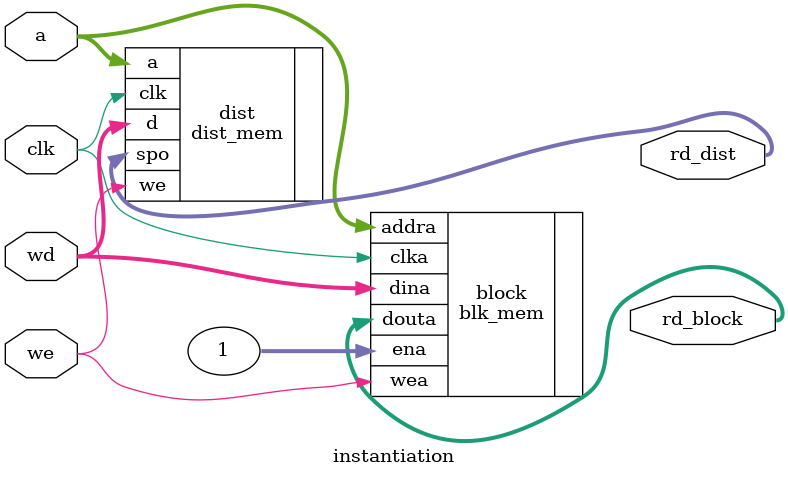
<source format=v>
`timescale 1ns / 1ps

module instantiation(
    input clk, we,
    input[3 : 0] a,
    input[7 : 0] wd,
    output[7 : 0] rd_dist, rd_block
);
    dist_mem dist (
        .a(a),      // input wire [3 : 0] a
        .d(wd),      // input wire [7 : 0] d
        .clk(clk),  // input wire clk
        .we(we),    // input wire we
        .spo(rd_dist)  // output wire [7 : 0] spo
    );
    
    blk_mem block (
        .clka(clk),    // input wire clka
        .ena(1),      // input wire ena
        .wea(we),      // input wire [0 : 0] wea
        .addra(a),  // input wire [3 : 0] addra
        .dina(wd),    // input wire [7 : 0] dina
        .douta(rd_block)  // output wire [7 : 0] douta
    );
endmodule

</source>
